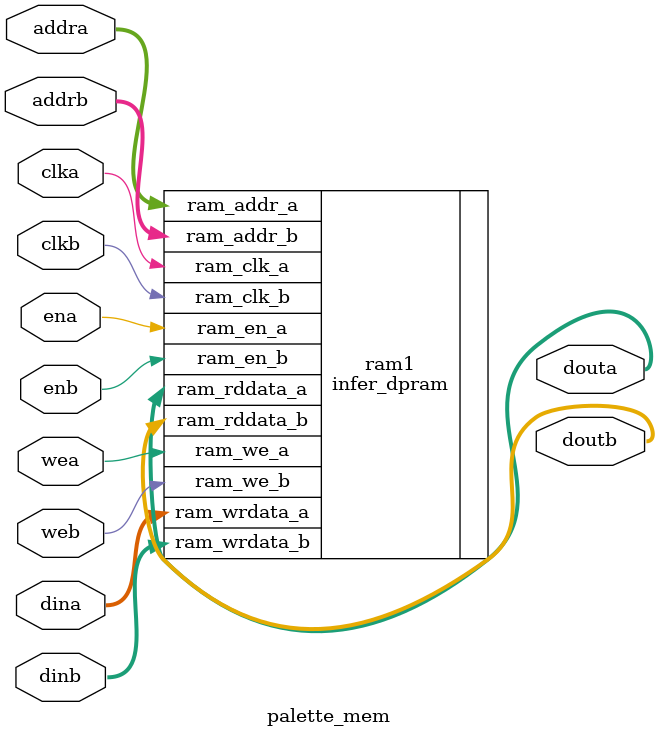
<source format=sv>

module palette_mem(clka, clkb, dina, dinb, addra, addrb, wea, web, douta, doutb, ena, enb);

   input wire clka, clkb;
   input [31:0] dina;
   input [31:0] dinb;
   input [8:0] addra;
   input [8:0] addrb;
   input        wea;
   input        web;
   input        ena, enb;
   output [31:0]      douta;
   output [31:0]      doutb;

`ifdef FPGA_TARGET_XILINX
   
RAMB16_S36_S36
     RAMB16_S36_S36_inst
       (
        .CLKA   ( clka                     ),     // Port A Clock
        .DOA    ( douta                    ),     // Port A 1-bit Data Output
        .DOPA   (                          ),
        .ADDRA  ( addra                    ),     // Port A 14-bit Address Input
        .DIA    ( dina                     ),     // Port A 1-bit Data Input
        .DIPA   ( 4'b0                     ),
        .ENA    ( ena                      ),     // Port A RAM Enable Input
        .SSRA   ( 1'b0                     ),     // Port A Synchronous Set/Reset Input
        .WEA    ( wea                      ),     // Port A Write Enable Input
        .CLKB   ( clkb                     ),     // Port B Clock
        .DOB    ( doutb                    ),     // Port B 1-bit Data Output
        .DOPB   (                          ),
        .ADDRB  ( addrb                    ),     // Port B 14-bit Address Input
        .DIB    ( dinb                     ),     // Port B 1-bit Data Input
        .DIPB   ( 4'b0                     ),
        .ENB    ( enb                      ),     // Port B RAM Enable Input
        .SSRB   ( 1'b0                     ),     // Port B Synchronous Set/Reset Input
        .WEB    ( web                      )      // Port B Write Enable Input
        );

`else // !`ifdef FPGA

infer_dpram #(.RAM_SIZE(9), .BYTE_WIDTH(8)) ram1 // RAM_SIZE is in words
(
.ram_clk_a(clka),
.ram_en_a(ena),
.ram_we_a(wea),
.ram_addr_a(addra),
.ram_wrdata_a(dina),
.ram_rddata_a(douta),
.ram_clk_b(clkb),
.ram_en_b(enb),
.ram_we_b(web),
.ram_addr_b(addrb),
.ram_wrdata_b(dinb),
.ram_rddata_b(doutb)
 );
   
`endif
   
endmodule // dualmem

</source>
